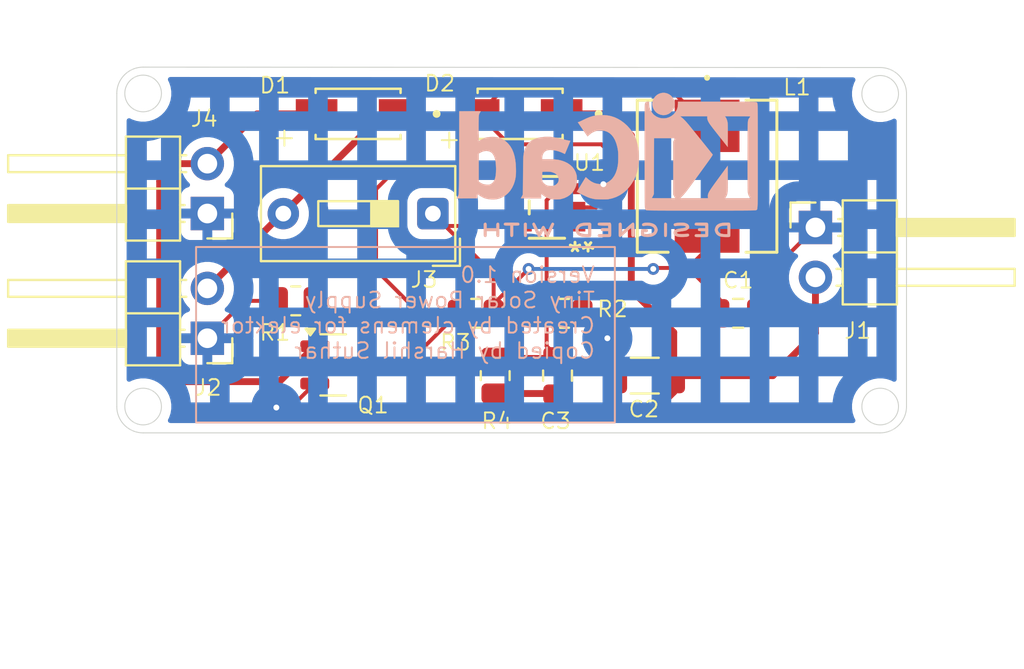
<source format=kicad_pcb>
(kicad_pcb (version 20241229) (generator "pcbnew") (generator_version "9.0")
  (layers (0 "F.Cu" signal) (2 "B.Cu" signal) (13 "F.Paste" user) (15 "B.Paste" user) (5 "F.SilkS" user "F.Silkscreen") (7 "B.SilkS" user "B.Silkscreen") (1 "F.Mask" user) (3 "B.Mask" user) (25 "Edge.Cuts" user))
  (net 0 "")
  (net 1 "GNDD")
  (net 2 "Net-(J3-Pin_1)")
  (net 3 "/OUT_P")
  (net 4 "Net-(Q1-D)")
  (net 5 "/SOLAR_P")
  (net 6 "/BAT_P")
  (net 7 "Net-(U1-SW)")
  (net 8 "Net-(U1-FB)")
  (footprint "SS14:DIOM4325X250N" (layer "F.Cu") (at 104.14 109.855 180)
    (property "Reference" "D1" (at 4.24 1.455 0) (layer "F.SilkS") (effects (font (size 0.8 0.8) (thickness 0.1))))
    (property "Value" "SS14")
    (pad "A" smd rect (at 2.115 0 180) (size 2.12 1.5) (layers "F.Cu" "F.Mask" "F.Paste") (net 5 "/SOLAR_P"))
    (pad "C" smd rect (at -2.115 0 180) (size 2.12 1.5) (layers "F.Cu" "F.Mask" "F.Paste") (net 6 "/BAT_P"))
  )
  (footprint "Capacitor_SMD:C_1206_3216Metric" (layer "F.Cu") (at 118.745 123.19 180)
    (property "Reference" "C2" (at 0.045 -1.71 0) (layer "F.SilkS") (effects (font (size 0.8 0.8) (thickness 0.1))))
    (property "Value" "22 µF, 10 V, X7R (1206)")
    (pad "1" smd roundrect (at -1.475 0 180) (size 1.15 1.8) (layers "F.Cu" "F.Mask" "F.Paste") (roundrect_rratio 0.217391) (net 3 "/OUT_P"))
    (pad "2" smd roundrect (at 1.475 0 180) (size 1.15 1.8) (layers "F.Cu" "F.Mask" "F.Paste") (roundrect_rratio 0.217391) (net 1 "GNDD"))
  )
  (footprint "Resistor_SMD:R_0805_2012Metric" (layer "F.Cu") (at 114.6575 120.015)
    (property "Reference" "R2" (at 2.4425 -0.215 0) (layer "F.SilkS") (effects (font (size 0.8 0.8) (thickness 0.1))))
    (property "Value" "604 kΩ, 1%")
    (pad "1" smd roundrect (at -0.9125 0) (size 1.025 1.4) (layers "F.Cu" "F.Mask" "F.Paste") (roundrect_rratio 0.243902) (net 8 "Net-(U1-FB)"))
    (pad "2" smd roundrect (at 0.9125 0) (size 1.025 1.4) (layers "F.Cu" "F.Mask" "F.Paste") (roundrect_rratio 0.243902) (net 1 "GNDD"))
  )
  (footprint "Connector_PinHeader_2.54mm:PinHeader_1x02_P2.54mm_Horizontal" (layer "F.Cu") (at 96.46 114.93 180)
    (property "Reference" "J4" (at 0.16 4.83 0) (layer "F.SilkS") (effects (font (size 0.8 0.8) (thickness 0.1))))
    (property "Value" "Conn_01x02_Pin")
    (pad "1" thru_hole rect (at 0 0 180) (size 1.7 1.7) (drill 1) (layers "*.Cu" "*.Mask") (net 1 "GNDD"))
    (pad "2" thru_hole circle (at 0 2.54 180) (size 1.7 1.7) (drill 1) (layers "*.Cu" "*.Mask") (net 5 "/SOLAR_P"))
  )
  (footprint "Capacitor_SMD:C_0805_2012Metric" (layer "F.Cu") (at 123.505 120.015)
    (property "Reference" "C1" (at 0 -1.68 0) (layer "F.SilkS") (effects (font (size 0.8 0.8) (thickness 0.1))))
    (property "Value" "4.7 µF, 50 V, X7R (0805)")
    (pad "1" smd roundrect (at -0.95 0) (size 1 1.45) (layers "F.Cu" "F.Mask" "F.Paste") (net 2 "Net-(J3-Pin_1)"))
    (pad "2" smd roundrect (at 0.95 0) (size 1 1.45) (layers "F.Cu" "F.Mask" "F.Paste") (net 1 "GNDD"))
  )
  (footprint "ASPI-0630LR-100M-T15:IND_ASPI-0630LR_ABR" (layer "F.Cu") (at 121.92 113.03 -90)
    (property "Reference" "L1" (at -4.53 -4.58 0) (layer "F.SilkS") (effects (font (size 0.8 0.8) (thickness 0.1))))
    (property "Value" "ASPI-0630LR-100M-T15")
    (pad "1" smd rect (at -2.5654 0) (size 3.302 2.667) (layers "F.Cu" "F.Mask" "F.Paste") (net 7 "Net-(U1-SW)"))
    (pad "2" smd rect (at 2.5654 0) (size 3.302 2.667) (layers "F.Cu" "F.Mask" "F.Paste") (net 2 "Net-(J3-Pin_1)"))
  )
  (footprint "Package_TO_SOT_SMD:SOT-23" (layer "F.Cu") (at 102.87 122.6425)
    (property "Reference" "Q1" (at 2.03 2.0575 0) (layer "F.SilkS") (effects (font (size 0.8 0.8) (thickness 0.1))))
    (property "Value" "2N7002")
    (pad "1" smd roundrect (at -0.9375 -0.95) (size 1.475 0.6) (layers "F.Cu" "F.Mask" "F.Paste") (net 5 "/SOLAR_P"))
    (pad "2" smd roundrect (at -0.9375 0.95) (size 1.475 0.6) (layers "F.Cu" "F.Mask" "F.Paste") (net 1 "GNDD"))
    (pad "3" smd roundrect (at 0.9375 0) (size 1.475 0.6) (layers "F.Cu" "F.Mask" "F.Paste") (net 4 "Net-(Q1-D)"))
  )
  (footprint "Resistor_SMD:R_0805_2012Metric" (layer "F.Cu") (at 110.1325 120.015 180)
    (property "Reference" "R3" (at 1.0325 -1.485 0) (layer "F.SilkS") (effects (font (size 0.8 0.8) (thickness 0.1))))
    (property "Value" "10 kΩ")
    (pad "1" smd roundrect (at -0.9125 0 180) (size 1.025 1.4) (layers "F.Cu" "F.Mask" "F.Paste") (roundrect_rratio 0.243902) (net 2 "Net-(J3-Pin_1)"))
    (pad "2" smd roundrect (at 0.9125 0 180) (size 1.025 1.4) (layers "F.Cu" "F.Mask" "F.Paste") (roundrect_rratio 0.243902) (net 4 "Net-(Q1-D)"))
  )
  (footprint "Connector_PinHeader_2.54mm:PinHeader_1x02_P2.54mm_Horizontal" (layer "F.Cu") (at 96.46 121.285 180)
    (property "Reference" "J2" (at -0.04 -2.515 180) (layer "F.SilkS") (effects (font (size 0.8 0.8) (thickness 0.1))))
    (property "Value" "Conn_01x02_Pin")
    (pad "1" thru_hole rect (at 0 0 180) (size 1.7 1.7) (drill 1) (layers "*.Cu" "*.Mask") (net 1 "GNDD"))
    (pad "2" thru_hole circle (at 0 2.54 180) (size 1.7 1.7) (drill 1) (layers "*.Cu" "*.Mask") (net 6 "/BAT_P"))
  )
  (footprint "Connector_PinHeader_2.54mm:PinHeader_1x02_P2.54mm_Horizontal" (layer "F.Cu") (at 127.441 115.6412)
    (property "Reference" "J1" (at 2.159 5.2588 0) (layer "F.SilkS") (effects (font (size 0.8 0.8) (thickness 0.1))))
    (property "Value" "Conn_01x02_Pin")
    (pad "1" thru_hole rect (at 0 0) (size 1.7 1.7) (drill 1) (layers "*.Cu" "*.Mask") (net 1 "GNDD"))
    (pad "2" thru_hole circle (at 0 2.54) (size 1.7 1.7) (drill 1) (layers "*.Cu" "*.Mask") (net 3 "/OUT_P"))
  )
  (footprint "SS14:DIOM4325X250N" (layer "F.Cu") (at 112.395 109.855 180)
    (property "Reference" "D2" (at 4.095 1.555 0) (layer "F.SilkS") (effects (font (size 0.8 0.8) (thickness 0.1))))
    (property "Value" "SS14")
    (pad "A" smd rect (at 2.115 0 180) (size 2.12 1.5) (layers "F.Cu" "F.Mask" "F.Paste") (net 7 "Net-(U1-SW)"))
    (pad "C" smd rect (at -2.115 0 180) (size 2.12 1.5) (layers "F.Cu" "F.Mask" "F.Paste") (net 3 "/OUT_P"))
  )
  (footprint "Capacitor_SMD:C_0805_2012Metric" (layer "F.Cu") (at 114.3 123.19 90)
    (property "Reference" "C3" (at -2.31 -0.1 180) (layer "F.SilkS") (effects (font (size 0.8 0.8) (thickness 0.1))))
    (property "Value" "10 pF, 50 V, X7R (0805)")
    (pad "1" smd roundrect (at -0.95 0 90) (size 1 1.45) (layers "F.Cu" "F.Mask" "F.Paste") (net 3 "/OUT_P"))
    (pad "2" smd roundrect (at 0.95 0 90) (size 1 1.45) (layers "F.Cu" "F.Mask" "F.Paste") (net 8 "Net-(U1-FB)"))
  )
  (footprint "Resistor_SMD:R_0805_2012Metric" (layer "F.Cu") (at 100.965 119.38 180)
    (property "Reference" "R1" (at 1.065 -1.62 0) (layer "F.SilkS") (effects (font (size 0.8 0.8) (thickness 0.1))))
    (property "Value" "1 MΩ")
    (pad "1" smd roundrect (at -0.9125 0 180) (size 1.025 1.4) (layers "F.Cu" "F.Mask" "F.Paste") (roundrect_rratio 0.243902) (net 5 "/SOLAR_P"))
    (pad "2" smd roundrect (at 0.9125 0 180) (size 1.025 1.4) (layers "F.Cu" "F.Mask" "F.Paste") (roundrect_rratio 0.243902) (net 1 "GNDD"))
  )
  (footprint "AP3015AKTR-G1:SOT23-5_1P55X2P9_DIO" (layer "F.Cu") (at 113.76025 114.615001 180)
    (property "Reference" "U1" (at -2.16525 2.273324 0) (layer "F.SilkS") (effects (font (size 0.8 0.8) (thickness 0.1))))
    (property "Value" "AP3015AKTR-G1")
    (fp_text user "*" (at -1.43025 -2.326676 0) (layer "F.SilkS"))
    (fp_text user "*" (at -2.09525 -1.684999 180) (layer "F.SilkS"))
    (pad "1" smd rect (at -1.36525 -0.950001 180) (size 1.1811 0.5588) (layers "F.Cu" "F.Mask" "F.Paste") (net 7 "Net-(U1-SW)"))
    (pad "2" smd rect (at -1.36525 0 180) (size 1.1811 0.5588) (layers "F.Cu" "F.Mask" "F.Paste") (net 1 "GNDD"))
    (pad "3" smd rect (at -1.36525 0.950001 180) (size 1.1811 0.5588) (layers "F.Cu" "F.Mask" "F.Paste") (net 8 "Net-(U1-FB)"))
    (pad "4" smd rect (at 1.36525 0.950001 180) (size 1.1811 0.5588) (layers "F.Cu" "F.Mask" "F.Paste") (net 4 "Net-(Q1-D)"))
    (pad "5" smd rect (at 1.36525 -0.950001 180) (size 1.1811 0.5588) (layers "F.Cu" "F.Mask" "F.Paste") (net 2 "Net-(J3-Pin_1)"))
  )
  (footprint "Resistor_SMD:R_0805_2012Metric" (layer "F.Cu") (at 111.125 123.19 -90)
    (property "Reference" "R4" (at 2.31 -0.075 180) (layer "F.SilkS") (effects (font (size 0.8 0.8) (thickness 0.1))))
    (property "Value" "1 MΩ")
    (pad "1" smd roundrect (at -0.9125 0 270) (size 1.025 1.4) (layers "F.Cu" "F.Mask" "F.Paste") (roundrect_rratio 0.243902) (net 8 "Net-(U1-FB)"))
    (pad "2" smd roundrect (at 0.9125 0 270) (size 1.025 1.4) (layers "F.Cu" "F.Mask" "F.Paste") (roundrect_rratio 0.243902) (net 3 "/OUT_P"))
  )
  (footprint "Button_Switch_THT:SW_DIP_SPSTx01_Slide_9.78x4.72mm_W7.62mm_P2.54mm" (layer "F.Cu") (at 107.95 114.935 180)
    (property "Reference" "J3" (at 0.45 -3.365 180) (layer "F.SilkS") (effects (font (size 0.8 0.8) (thickness 0.1))))
    (property "Value" "Conn_01x02_Pin")
    (pad "1" thru_hole roundrect (at 0 0 180) (size 1.6 1.6) (drill 0.8) (layers "*.Cu" "*.Mask") (roundrect_rratio 0.15625) (net 2 "Net-(J3-Pin_1)"))
    (pad "2" thru_hole circle (at 7.62 0 180) (size 1.6 1.6) (drill 0.8) (layers "*.Cu" "*.Mask") (net 6 "/BAT_P"))
  )
  (footprint "Symbol:KiCad-Logo2_6mm_SilkScreen" (layer "B.Cu") (at 116.84 111.76 180)
    (property "Reference" "REF**" (hide yes))
    (property "Value" "KiCad-Logo2_6mm_SilkScreen" (hide yes))
  )
  (gr_circle (center 93.186747 108.8136) (end 92.526347 109.474) (stroke (width 0.05)) (fill no) (layer "Edge.Cuts"))
  (gr_arc (start 130.739653 107.4928) (mid 131.687421 107.885379) (end 132.08 108.833147) (stroke (width 0.05)) (layer "Edge.Cuts"))
  (gr_circle (center 130.739653 108.833147) (end 130.079253 109.493547) (stroke (width 0.05)) (fill no) (layer "Edge.Cuts"))
  (gr_arc (start 91.8453 108.8136) (mid 92.238201 107.865054) (end 93.186747 107.472153) (stroke (width 0.05)) (layer "Edge.Cuts"))
  (gr_circle (center 130.739653 124.7648) (end 130.079253 125.4252) (stroke (width 0.05)) (fill no) (layer "Edge.Cuts"))
  (gr_line (start 130.739653 107.4928) (end 93.186747 107.472201) (stroke (width 0.05)) (layer "Edge.Cuts"))
  (gr_arc (start 132.08 124.7648) (mid 131.687421 125.712568) (end 130.739653 126.105147) (stroke (width 0.05)) (layer "Edge.Cuts"))
  (gr_line (start 132.08 124.7648) (end 132.08 108.833147) (stroke (width 0.05)) (layer "Edge.Cuts"))
  (gr_arc (start 93.186747 126.106109) (mid 92.238298 125.713249) (end 91.845438 124.7648) (stroke (width 0.05)) (layer "Edge.Cuts"))
  (gr_line (start 93.186747 126.106109) (end 130.739653 126.106109) (stroke (width 0.05)) (layer "Edge.Cuts"))
  (gr_line (start 91.8453 108.8136) (end 91.845438 124.7648) (stroke (width 0.05)) (layer "Edge.Cuts"))
  (gr_circle (center 93.186747 124.7648) (end 92.526347 125.4252) (stroke (width 0.05)) (fill no) (layer "Edge.Cuts"))
  (gr_text "+" (at 99.7 111.6 0) (layer "F.SilkS") (effects (font (size 1 1) (thickness 0.1)) (justify left bottom)))
  (gr_text "+" (at 108.1 111.7 0) (layer "F.SilkS") (effects (font (size 1 1) (thickness 0.1)) (justify left bottom)))
  (gr_text_box "Version 1.0\nTiny Solar Power Supply\nCreated by clemens for elektor\nCopied by Harshil Suthar" (start 95.885 116.6368) (end 117.221 125.5776) (margins 1.0025 1.0025 1.0025 1.0025) (layer "B.SilkS") (effects (font (size 0.8 0.8) (thickness 0.1)) (justify left top mirror)) (border yes) (stroke (width 0.1)))
  (segment (start 116.6876 114.1984) (end 116.270999 114.615001) (width 0.2) (layer "F.Cu") (net 1))
  (segment (start 116.6368 113.4364) (end 116.6876 113.4872) (width 0.2) (layer "F.Cu") (net 1))
  (segment (start 101.9325 123.5925) (end 100.7094 124.8156) (width 0.2) (layer "F.Cu") (net 1))
  (segment (start 100.7094 124.8156) (end 99.9744 124.8156) (width 0.2) (layer "F.Cu") (net 1))
  (segment (start 117.27 123.19) (end 117.27 121.715) (width 0.2) (layer "F.Cu") (net 1))
  (segment (start 100.0525 119.38) (end 98.365 119.38) (width 0.2) (layer "F.Cu") (net 1))
  (segment (start 116.84 121.285) (end 115.57 120.015) (width 0.2) (layer "F.Cu") (net 1))
  (segment (start 117.27 121.715) (end 116.84 121.285) (width 0.2) (layer "F.Cu") (net 1))
  (segment (start 116.6876 113.4872) (end 116.6876 114.1984) (width 0.2) (layer "F.Cu") (net 1))
  (segment (start 98.365 119.38) (end 96.46 121.285) (width 0.2) (layer "F.Cu") (net 1))
  (segment (start 124.455 118.6272) (end 124.455 120.015) (width 0.2) (layer "F.Cu") (net 1))
  (segment (start 127.441 115.6412) (end 124.455 118.6272) (width 0.2) (layer "F.Cu") (net 1))
  (segment (start 116.270999 114.615001) (end 115.1255 114.615001) (width 0.2) (layer "F.Cu") (net 1))
  (via (at 116.84 121.285) (size 0.6) (drill 0.3) (layers "F.Cu" "B.Cu") (net 1))
  (via (at 116.6368 113.4364) (size 0.6) (drill 0.3) (layers "F.Cu" "B.Cu") (net 1))
  (via (at 99.9744 124.8156) (size 0.6) (drill 0.3) (layers "F.Cu" "B.Cu") (net 1))
  (segment (start 112.8268 117.7544) (end 111.045 119.5362) (width 0.2) (layer "F.Cu") (net 2))
  (segment (start 120.9548 117.7036) (end 122.555 119.3038) (width 0.2) (layer "F.Cu") (net 2))
  (segment (start 121.92 115.5954) (end 121.92 116.7384) (width 0.2) (layer "F.Cu") (net 2))
  (segment (start 108.580002 115.565002) (end 107.95 114.935) (width 0.2) (layer "F.Cu") (net 2))
  (segment (start 121.92 116.7384) (end 120.9548 117.7036) (width 0.2) (layer "F.Cu") (net 2))
  (segment (start 112.395 115.565002) (end 108.580002 115.565002) (width 0.2) (layer "F.Cu") (net 2))
  (segment (start 119.2276 117.7036) (end 119.1768 117.7544) (width 0.2) (layer "F.Cu") (net 2))
  (segment (start 111.045 120.015) (end 111.045 118.03) (width 0.2) (layer "F.Cu") (net 2))
  (segment (start 122.555 119.3038) (end 122.555 120.015) (width 0.2) (layer "F.Cu") (net 2))
  (segment (start 120.9548 117.7036) (end 119.2276 117.7036) (width 0.2) (layer "F.Cu") (net 2))
  (segment (start 111.045 119.5362) (end 111.045 120.015) (width 0.2) (layer "F.Cu") (net 2))
  (segment (start 111.045 118.03) (end 107.95 114.935) (width 0.2) (layer "F.Cu") (net 2))
  (via (at 112.8268 117.7544) (size 0.6) (drill 0.3) (layers "F.Cu" "B.Cu") (net 2))
  (via (at 119.1768 117.7544) (size 0.6) (drill 0.3) (layers "F.Cu" "B.Cu") (net 2))
  (segment (start 119.1768 117.7544) (end 112.8268 117.7544) (width 0.2) (layer "B.Cu") (net 2))
  (segment (start 127.441 121.0218) (end 125.2728 123.19) (width 0.35) (layer "F.Cu") (net 3))
  (segment (start 111.125 124.1025) (end 114.2625 124.1025) (width 0.35) (layer "F.Cu") (net 3))
  (segment (start 114.2625 124.1025) (end 114.3 124.14) (width 0.35) (layer "F.Cu") (net 3))
  (segment (start 119.1416 125.1048) (end 120.22 124.0264) (width 0.35) (layer "F.Cu") (net 3))
  (segment (start 120.22 120.982) (end 120.22 123.19) (width 0.35) (layer "F.Cu") (net 3))
  (segment (start 114.3 124.14) (end 115.2648 125.1048) (width 0.35) (layer "F.Cu") (net 3))
  (segment (start 127.441 118.1812) (end 127.441 121.0218) (width 0.35) (layer "F.Cu") (net 3))
  (segment (start 125.2728 123.19) (end 120.22 123.19) (width 0.35) (layer "F.Cu") (net 3))
  (segment (start 118.0592 110.9472) (end 118.0592 118.8212) (width 0.35) (layer "F.Cu") (net 3))
  (segment (start 114.51 109.855) (end 116.967 109.855) (width 0.35) (layer "F.Cu") (net 3))
  (segment (start 118.0592 118.8212) (end 120.22 120.982) (width 0.35) (layer "F.Cu") (net 3))
  (segment (start 120.22 124.0264) (end 120.22 123.19) (width 0.35) (layer "F.Cu") (net 3))
  (segment (start 115.2648 125.1048) (end 119.1416 125.1048) (width 0.35) (layer "F.Cu") (net 3))
  (segment (start 116.967 109.855) (end 118.0592 110.9472) (width 0.35) (layer "F.Cu") (net 3))
  (segment (start 103.8075 122.6425) (end 106.5925 122.6425) (width 0.2) (layer "F.Cu") (net 4))
  (segment (start 106.172 112.5728) (end 111.3028 112.5728) (width 0.2) (layer "F.Cu") (net 4))
  (segment (start 106.5925 122.6425) (end 109.22 120.015) (width 0.2) (layer "F.Cu") (net 4))
  (segment (start 109.22 120.015) (end 107.2642 120.015) (width 0.2) (layer "F.Cu") (net 4))
  (segment (start 107.2642 120.015) (end 105.0544 117.8052) (width 0.2) (layer "F.Cu") (net 4))
  (segment (start 109.22 120.2944) (end 109.22 120.015) (width 0.2) (layer "F.Cu") (net 4))
  (segment (start 111.3028 112.5728) (end 112.395 113.665) (width 0.2) (layer "F.Cu") (net 4))
  (segment (start 105.0544 117.8052) (end 105.0544 113.6904) (width 0.2) (layer "F.Cu") (net 4))
  (segment (start 105.0544 113.6904) (end 106.172 112.5728) (width 0.2) (layer "F.Cu") (net 4))
  (segment (start 94.0308 113.284) (end 94.9248 112.39) (width 0.35) (layer "F.Cu") (net 5))
  (segment (start 101.8775 121.6375) (end 101.9325 121.6925) (width 0.35) (layer "F.Cu") (net 5))
  (segment (start 100.1302 123.4948) (end 101.9325 121.6925) (width 0.35) (layer "F.Cu") (net 5))
  (segment (start 94.0308 122.428) (end 94.0308 113.284) (width 0.35) (layer "F.Cu") (net 5))
  (segment (start 94.9248 112.39) (end 96.46 112.39) (width 0.35) (layer "F.Cu") (net 5))
  (segment (start 98.995 109.855) (end 102.025 109.855) (width 0.35) (layer "F.Cu") (net 5))
  (segment (start 101.8775 119.38) (end 101.8775 121.6375) (width 0.35) (layer "F.Cu") (net 5))
  (segment (start 95.0976 123.4948) (end 100.1302 123.4948) (width 0.35) (layer "F.Cu") (net 5))
  (segment (start 96.46 112.39) (end 98.995 109.855) (width 0.35) (layer "F.Cu") (net 5))
  (segment (start 95.0976 123.4948) (end 94.0308 122.428) (width 0.35) (layer "F.Cu") (net 5))
  (segment (start 100.27 114.935) (end 100.33 114.935) (width 0.35) (layer "F.Cu") (net 6))
  (segment (start 96.46 118.745) (end 100.27 114.935) (width 0.35) (layer "F.Cu") (net 6))
  (segment (start 100.33 114.935) (end 105.41 109.855) (width 0.35) (layer "F.Cu") (net 6))
  (segment (start 105.41 109.855) (end 106.255 109.855) (width 0.35) (layer "F.Cu") (net 6))
  (segment (start 120.1166 108.6612) (end 111.4738 108.6612) (width 0.2) (layer "F.Cu") (net 7))
  (segment (start 115.1255 115.565002) (end 116.895798 115.565002) (width 0.2) (layer "F.Cu") (net 7))
  (segment (start 117.4496 112.3188) (end 116.5352 111.4044) (width 0.2) (layer "F.Cu") (net 7))
  (segment (start 111.8294 111.4044) (end 110.28 109.855) (width 0.2) (layer "F.Cu") (net 7))
  (segment (start 111.4738 108.6612) (end 110.28 109.855) (width 0.2) (layer "F.Cu") (net 7))
  (segment (start 121.92 110.4646) (end 120.1166 108.6612) (width 0.2) (layer "F.Cu") (net 7))
  (segment (start 116.895798 115.565002) (end 117.4496 115.0112) (width 0.2) (layer "F.Cu") (net 7))
  (segment (start 117.4496 115.0112) (end 117.4496 112.3188) (width 0.2) (layer "F.Cu") (net 7))
  (segment (start 116.5352 111.4044) (end 111.8294 111.4044) (width 0.2) (layer "F.Cu") (net 7))
  (segment (start 114.3 122.24) (end 111.1625 122.24) (width 0.2) (layer "F.Cu") (net 8))
  (segment (start 113.745 114.25495) (end 114.33495 113.665) (width 0.2) (layer "F.Cu") (net 8))
  (segment (start 111.1625 122.24) (end 111.125 122.2775) (width 0.2) (layer "F.Cu") (net 8))
  (segment (start 113.745 120.015) (end 113.745 114.25495) (width 0.2) (layer "F.Cu") (net 8))
  (segment (start 114.3 122.24) (end 113.745 121.685) (width 0.2) (layer "F.Cu") (net 8))
  (segment (start 114.33495 113.665) (end 115.1255 113.665) (width 0.2) (layer "F.Cu") (net 8))
  (segment (start 113.745 121.685) (end 113.745 120.015) (width 0.2) (layer "F.Cu") (net 8))
  (zone (net 1) (net_name "GNDD") (layer "B.Cu") (name "GNDD") (connect_pads (clearance 0.5)) (min_thickness 0.25) (fill yes (mode hatch) (thermal_gap 0.5) (thermal_bridge_width 0.5) (hatch_thickness 1) (hatch_gap 1.5) (hatch_orientation 0) (hatch_border_algorithm hatch_thickness) (hatch_min_hole_area 0.3))
    (polygon (pts (xy 131.6736 125.6792) (xy 92.2528 125.6792) (xy 92.2528 107.8992) (xy 131.6736 107.8992)))
  )
)
</source>
